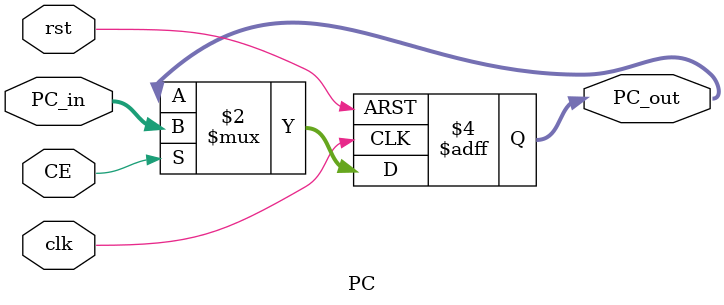
<source format=v>
`timescale 1ns / 1ps


module PC(
    input clk,
    input rst,
    input [31:0] PC_in,
    input CE,
    output reg [31:0] PC_out
    );

    always @(posedge clk or posedge rst) begin
        if(rst) begin
            PC_out <= 32'b0;
        end
        else if(CE) begin
            PC_out <= PC_in;
        end
    end

endmodule

</source>
